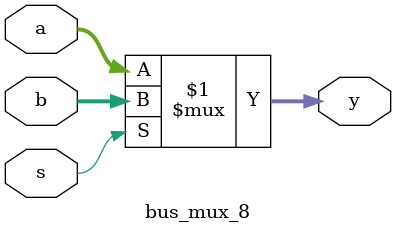
<source format=v>
module bus_mux_8(input wire [7:0] a, input wire [7:0] b, input wire s, output wire [7:0] y);
  assign y = s ? b : a;
endmodule

</source>
